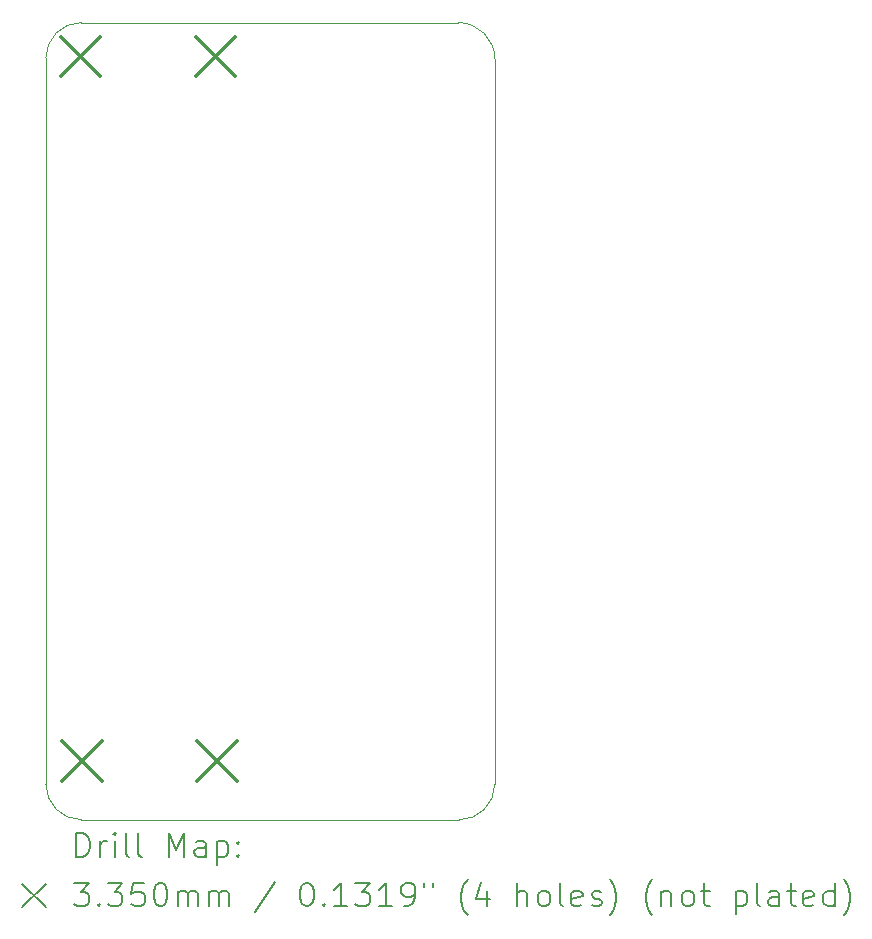
<source format=gbr>
%TF.GenerationSoftware,KiCad,Pcbnew,8.0.1-8.0.1-1~ubuntu22.04.1*%
%TF.CreationDate,2024-04-21T23:11:20-04:00*%
%TF.ProjectId,arm_drive_j2,61726d5f-6472-4697-9665-5f6a322e6b69,rev?*%
%TF.SameCoordinates,Original*%
%TF.FileFunction,Drillmap*%
%TF.FilePolarity,Positive*%
%FSLAX45Y45*%
G04 Gerber Fmt 4.5, Leading zero omitted, Abs format (unit mm)*
G04 Created by KiCad (PCBNEW 8.0.1-8.0.1-1~ubuntu22.04.1) date 2024-04-21 23:11:20*
%MOMM*%
%LPD*%
G01*
G04 APERTURE LIST*
%ADD10C,0.050000*%
%ADD11C,0.200000*%
%ADD12C,0.335000*%
G04 APERTURE END LIST*
D10*
X1500000Y-7950000D02*
X1500000Y-1800000D01*
X4990000Y-1500000D02*
G75*
G02*
X5302130Y-1812132I0J-312130D01*
G01*
X1800000Y-1500000D02*
X4990000Y-1500000D01*
X1500000Y-1800000D02*
G75*
G02*
X1800000Y-1500000I300000J0D01*
G01*
X5302132Y-1812132D02*
X5300000Y-7950000D01*
X5300000Y-7950000D02*
G75*
G02*
X5000000Y-8250000I-300000J0D01*
G01*
X1800000Y-8250000D02*
G75*
G02*
X1500000Y-7950000I0J300000D01*
G01*
X5000000Y-8250000D02*
X1800000Y-8250000D01*
D11*
D12*
X1627150Y-1620500D02*
X1962150Y-1955500D01*
X1962150Y-1620500D02*
X1627150Y-1955500D01*
X1639705Y-7584000D02*
X1974705Y-7919000D01*
X1974705Y-7584000D02*
X1639705Y-7919000D01*
X2770350Y-1620500D02*
X3105350Y-1955500D01*
X3105350Y-1620500D02*
X2770350Y-1955500D01*
X2782906Y-7584000D02*
X3117905Y-7919000D01*
X3117905Y-7584000D02*
X2782906Y-7919000D01*
D11*
X1758277Y-8563984D02*
X1758277Y-8363984D01*
X1758277Y-8363984D02*
X1805896Y-8363984D01*
X1805896Y-8363984D02*
X1834467Y-8373508D01*
X1834467Y-8373508D02*
X1853515Y-8392555D01*
X1853515Y-8392555D02*
X1863039Y-8411603D01*
X1863039Y-8411603D02*
X1872562Y-8449698D01*
X1872562Y-8449698D02*
X1872562Y-8478270D01*
X1872562Y-8478270D02*
X1863039Y-8516365D01*
X1863039Y-8516365D02*
X1853515Y-8535412D01*
X1853515Y-8535412D02*
X1834467Y-8554460D01*
X1834467Y-8554460D02*
X1805896Y-8563984D01*
X1805896Y-8563984D02*
X1758277Y-8563984D01*
X1958277Y-8563984D02*
X1958277Y-8430650D01*
X1958277Y-8468746D02*
X1967801Y-8449698D01*
X1967801Y-8449698D02*
X1977324Y-8440174D01*
X1977324Y-8440174D02*
X1996372Y-8430650D01*
X1996372Y-8430650D02*
X2015420Y-8430650D01*
X2082086Y-8563984D02*
X2082086Y-8430650D01*
X2082086Y-8363984D02*
X2072562Y-8373508D01*
X2072562Y-8373508D02*
X2082086Y-8383031D01*
X2082086Y-8383031D02*
X2091610Y-8373508D01*
X2091610Y-8373508D02*
X2082086Y-8363984D01*
X2082086Y-8363984D02*
X2082086Y-8383031D01*
X2205896Y-8563984D02*
X2186848Y-8554460D01*
X2186848Y-8554460D02*
X2177324Y-8535412D01*
X2177324Y-8535412D02*
X2177324Y-8363984D01*
X2310658Y-8563984D02*
X2291610Y-8554460D01*
X2291610Y-8554460D02*
X2282086Y-8535412D01*
X2282086Y-8535412D02*
X2282086Y-8363984D01*
X2539229Y-8563984D02*
X2539229Y-8363984D01*
X2539229Y-8363984D02*
X2605896Y-8506841D01*
X2605896Y-8506841D02*
X2672563Y-8363984D01*
X2672563Y-8363984D02*
X2672563Y-8563984D01*
X2853515Y-8563984D02*
X2853515Y-8459222D01*
X2853515Y-8459222D02*
X2843991Y-8440174D01*
X2843991Y-8440174D02*
X2824943Y-8430650D01*
X2824943Y-8430650D02*
X2786848Y-8430650D01*
X2786848Y-8430650D02*
X2767801Y-8440174D01*
X2853515Y-8554460D02*
X2834467Y-8563984D01*
X2834467Y-8563984D02*
X2786848Y-8563984D01*
X2786848Y-8563984D02*
X2767801Y-8554460D01*
X2767801Y-8554460D02*
X2758277Y-8535412D01*
X2758277Y-8535412D02*
X2758277Y-8516365D01*
X2758277Y-8516365D02*
X2767801Y-8497317D01*
X2767801Y-8497317D02*
X2786848Y-8487793D01*
X2786848Y-8487793D02*
X2834467Y-8487793D01*
X2834467Y-8487793D02*
X2853515Y-8478270D01*
X2948753Y-8430650D02*
X2948753Y-8630650D01*
X2948753Y-8440174D02*
X2967801Y-8430650D01*
X2967801Y-8430650D02*
X3005896Y-8430650D01*
X3005896Y-8430650D02*
X3024943Y-8440174D01*
X3024943Y-8440174D02*
X3034467Y-8449698D01*
X3034467Y-8449698D02*
X3043991Y-8468746D01*
X3043991Y-8468746D02*
X3043991Y-8525889D01*
X3043991Y-8525889D02*
X3034467Y-8544936D01*
X3034467Y-8544936D02*
X3024943Y-8554460D01*
X3024943Y-8554460D02*
X3005896Y-8563984D01*
X3005896Y-8563984D02*
X2967801Y-8563984D01*
X2967801Y-8563984D02*
X2948753Y-8554460D01*
X3129705Y-8544936D02*
X3139229Y-8554460D01*
X3139229Y-8554460D02*
X3129705Y-8563984D01*
X3129705Y-8563984D02*
X3120182Y-8554460D01*
X3120182Y-8554460D02*
X3129705Y-8544936D01*
X3129705Y-8544936D02*
X3129705Y-8563984D01*
X3129705Y-8440174D02*
X3139229Y-8449698D01*
X3139229Y-8449698D02*
X3129705Y-8459222D01*
X3129705Y-8459222D02*
X3120182Y-8449698D01*
X3120182Y-8449698D02*
X3129705Y-8440174D01*
X3129705Y-8440174D02*
X3129705Y-8459222D01*
X1297500Y-8792500D02*
X1497500Y-8992500D01*
X1497500Y-8792500D02*
X1297500Y-8992500D01*
X1739229Y-8783984D02*
X1863039Y-8783984D01*
X1863039Y-8783984D02*
X1796372Y-8860174D01*
X1796372Y-8860174D02*
X1824943Y-8860174D01*
X1824943Y-8860174D02*
X1843991Y-8869698D01*
X1843991Y-8869698D02*
X1853515Y-8879222D01*
X1853515Y-8879222D02*
X1863039Y-8898270D01*
X1863039Y-8898270D02*
X1863039Y-8945889D01*
X1863039Y-8945889D02*
X1853515Y-8964936D01*
X1853515Y-8964936D02*
X1843991Y-8974460D01*
X1843991Y-8974460D02*
X1824943Y-8983984D01*
X1824943Y-8983984D02*
X1767801Y-8983984D01*
X1767801Y-8983984D02*
X1748753Y-8974460D01*
X1748753Y-8974460D02*
X1739229Y-8964936D01*
X1948753Y-8964936D02*
X1958277Y-8974460D01*
X1958277Y-8974460D02*
X1948753Y-8983984D01*
X1948753Y-8983984D02*
X1939229Y-8974460D01*
X1939229Y-8974460D02*
X1948753Y-8964936D01*
X1948753Y-8964936D02*
X1948753Y-8983984D01*
X2024943Y-8783984D02*
X2148753Y-8783984D01*
X2148753Y-8783984D02*
X2082086Y-8860174D01*
X2082086Y-8860174D02*
X2110658Y-8860174D01*
X2110658Y-8860174D02*
X2129705Y-8869698D01*
X2129705Y-8869698D02*
X2139229Y-8879222D01*
X2139229Y-8879222D02*
X2148753Y-8898270D01*
X2148753Y-8898270D02*
X2148753Y-8945889D01*
X2148753Y-8945889D02*
X2139229Y-8964936D01*
X2139229Y-8964936D02*
X2129705Y-8974460D01*
X2129705Y-8974460D02*
X2110658Y-8983984D01*
X2110658Y-8983984D02*
X2053515Y-8983984D01*
X2053515Y-8983984D02*
X2034467Y-8974460D01*
X2034467Y-8974460D02*
X2024943Y-8964936D01*
X2329705Y-8783984D02*
X2234467Y-8783984D01*
X2234467Y-8783984D02*
X2224944Y-8879222D01*
X2224944Y-8879222D02*
X2234467Y-8869698D01*
X2234467Y-8869698D02*
X2253515Y-8860174D01*
X2253515Y-8860174D02*
X2301134Y-8860174D01*
X2301134Y-8860174D02*
X2320182Y-8869698D01*
X2320182Y-8869698D02*
X2329705Y-8879222D01*
X2329705Y-8879222D02*
X2339229Y-8898270D01*
X2339229Y-8898270D02*
X2339229Y-8945889D01*
X2339229Y-8945889D02*
X2329705Y-8964936D01*
X2329705Y-8964936D02*
X2320182Y-8974460D01*
X2320182Y-8974460D02*
X2301134Y-8983984D01*
X2301134Y-8983984D02*
X2253515Y-8983984D01*
X2253515Y-8983984D02*
X2234467Y-8974460D01*
X2234467Y-8974460D02*
X2224944Y-8964936D01*
X2463039Y-8783984D02*
X2482086Y-8783984D01*
X2482086Y-8783984D02*
X2501134Y-8793508D01*
X2501134Y-8793508D02*
X2510658Y-8803031D01*
X2510658Y-8803031D02*
X2520182Y-8822079D01*
X2520182Y-8822079D02*
X2529705Y-8860174D01*
X2529705Y-8860174D02*
X2529705Y-8907793D01*
X2529705Y-8907793D02*
X2520182Y-8945889D01*
X2520182Y-8945889D02*
X2510658Y-8964936D01*
X2510658Y-8964936D02*
X2501134Y-8974460D01*
X2501134Y-8974460D02*
X2482086Y-8983984D01*
X2482086Y-8983984D02*
X2463039Y-8983984D01*
X2463039Y-8983984D02*
X2443991Y-8974460D01*
X2443991Y-8974460D02*
X2434467Y-8964936D01*
X2434467Y-8964936D02*
X2424944Y-8945889D01*
X2424944Y-8945889D02*
X2415420Y-8907793D01*
X2415420Y-8907793D02*
X2415420Y-8860174D01*
X2415420Y-8860174D02*
X2424944Y-8822079D01*
X2424944Y-8822079D02*
X2434467Y-8803031D01*
X2434467Y-8803031D02*
X2443991Y-8793508D01*
X2443991Y-8793508D02*
X2463039Y-8783984D01*
X2615420Y-8983984D02*
X2615420Y-8850650D01*
X2615420Y-8869698D02*
X2624944Y-8860174D01*
X2624944Y-8860174D02*
X2643991Y-8850650D01*
X2643991Y-8850650D02*
X2672563Y-8850650D01*
X2672563Y-8850650D02*
X2691610Y-8860174D01*
X2691610Y-8860174D02*
X2701134Y-8879222D01*
X2701134Y-8879222D02*
X2701134Y-8983984D01*
X2701134Y-8879222D02*
X2710658Y-8860174D01*
X2710658Y-8860174D02*
X2729705Y-8850650D01*
X2729705Y-8850650D02*
X2758277Y-8850650D01*
X2758277Y-8850650D02*
X2777325Y-8860174D01*
X2777325Y-8860174D02*
X2786848Y-8879222D01*
X2786848Y-8879222D02*
X2786848Y-8983984D01*
X2882086Y-8983984D02*
X2882086Y-8850650D01*
X2882086Y-8869698D02*
X2891610Y-8860174D01*
X2891610Y-8860174D02*
X2910658Y-8850650D01*
X2910658Y-8850650D02*
X2939229Y-8850650D01*
X2939229Y-8850650D02*
X2958277Y-8860174D01*
X2958277Y-8860174D02*
X2967801Y-8879222D01*
X2967801Y-8879222D02*
X2967801Y-8983984D01*
X2967801Y-8879222D02*
X2977324Y-8860174D01*
X2977324Y-8860174D02*
X2996372Y-8850650D01*
X2996372Y-8850650D02*
X3024943Y-8850650D01*
X3024943Y-8850650D02*
X3043991Y-8860174D01*
X3043991Y-8860174D02*
X3053515Y-8879222D01*
X3053515Y-8879222D02*
X3053515Y-8983984D01*
X3443991Y-8774460D02*
X3272563Y-9031603D01*
X3701134Y-8783984D02*
X3720182Y-8783984D01*
X3720182Y-8783984D02*
X3739229Y-8793508D01*
X3739229Y-8793508D02*
X3748753Y-8803031D01*
X3748753Y-8803031D02*
X3758277Y-8822079D01*
X3758277Y-8822079D02*
X3767801Y-8860174D01*
X3767801Y-8860174D02*
X3767801Y-8907793D01*
X3767801Y-8907793D02*
X3758277Y-8945889D01*
X3758277Y-8945889D02*
X3748753Y-8964936D01*
X3748753Y-8964936D02*
X3739229Y-8974460D01*
X3739229Y-8974460D02*
X3720182Y-8983984D01*
X3720182Y-8983984D02*
X3701134Y-8983984D01*
X3701134Y-8983984D02*
X3682086Y-8974460D01*
X3682086Y-8974460D02*
X3672563Y-8964936D01*
X3672563Y-8964936D02*
X3663039Y-8945889D01*
X3663039Y-8945889D02*
X3653515Y-8907793D01*
X3653515Y-8907793D02*
X3653515Y-8860174D01*
X3653515Y-8860174D02*
X3663039Y-8822079D01*
X3663039Y-8822079D02*
X3672563Y-8803031D01*
X3672563Y-8803031D02*
X3682086Y-8793508D01*
X3682086Y-8793508D02*
X3701134Y-8783984D01*
X3853515Y-8964936D02*
X3863039Y-8974460D01*
X3863039Y-8974460D02*
X3853515Y-8983984D01*
X3853515Y-8983984D02*
X3843991Y-8974460D01*
X3843991Y-8974460D02*
X3853515Y-8964936D01*
X3853515Y-8964936D02*
X3853515Y-8983984D01*
X4053515Y-8983984D02*
X3939229Y-8983984D01*
X3996372Y-8983984D02*
X3996372Y-8783984D01*
X3996372Y-8783984D02*
X3977325Y-8812555D01*
X3977325Y-8812555D02*
X3958277Y-8831603D01*
X3958277Y-8831603D02*
X3939229Y-8841127D01*
X4120182Y-8783984D02*
X4243991Y-8783984D01*
X4243991Y-8783984D02*
X4177325Y-8860174D01*
X4177325Y-8860174D02*
X4205896Y-8860174D01*
X4205896Y-8860174D02*
X4224944Y-8869698D01*
X4224944Y-8869698D02*
X4234468Y-8879222D01*
X4234468Y-8879222D02*
X4243991Y-8898270D01*
X4243991Y-8898270D02*
X4243991Y-8945889D01*
X4243991Y-8945889D02*
X4234468Y-8964936D01*
X4234468Y-8964936D02*
X4224944Y-8974460D01*
X4224944Y-8974460D02*
X4205896Y-8983984D01*
X4205896Y-8983984D02*
X4148753Y-8983984D01*
X4148753Y-8983984D02*
X4129706Y-8974460D01*
X4129706Y-8974460D02*
X4120182Y-8964936D01*
X4434468Y-8983984D02*
X4320182Y-8983984D01*
X4377325Y-8983984D02*
X4377325Y-8783984D01*
X4377325Y-8783984D02*
X4358277Y-8812555D01*
X4358277Y-8812555D02*
X4339229Y-8831603D01*
X4339229Y-8831603D02*
X4320182Y-8841127D01*
X4529706Y-8983984D02*
X4567801Y-8983984D01*
X4567801Y-8983984D02*
X4586849Y-8974460D01*
X4586849Y-8974460D02*
X4596372Y-8964936D01*
X4596372Y-8964936D02*
X4615420Y-8936365D01*
X4615420Y-8936365D02*
X4624944Y-8898270D01*
X4624944Y-8898270D02*
X4624944Y-8822079D01*
X4624944Y-8822079D02*
X4615420Y-8803031D01*
X4615420Y-8803031D02*
X4605896Y-8793508D01*
X4605896Y-8793508D02*
X4586849Y-8783984D01*
X4586849Y-8783984D02*
X4548753Y-8783984D01*
X4548753Y-8783984D02*
X4529706Y-8793508D01*
X4529706Y-8793508D02*
X4520182Y-8803031D01*
X4520182Y-8803031D02*
X4510658Y-8822079D01*
X4510658Y-8822079D02*
X4510658Y-8869698D01*
X4510658Y-8869698D02*
X4520182Y-8888746D01*
X4520182Y-8888746D02*
X4529706Y-8898270D01*
X4529706Y-8898270D02*
X4548753Y-8907793D01*
X4548753Y-8907793D02*
X4586849Y-8907793D01*
X4586849Y-8907793D02*
X4605896Y-8898270D01*
X4605896Y-8898270D02*
X4615420Y-8888746D01*
X4615420Y-8888746D02*
X4624944Y-8869698D01*
X4701134Y-8783984D02*
X4701134Y-8822079D01*
X4777325Y-8783984D02*
X4777325Y-8822079D01*
X5072563Y-9060174D02*
X5063039Y-9050650D01*
X5063039Y-9050650D02*
X5043991Y-9022079D01*
X5043991Y-9022079D02*
X5034468Y-9003031D01*
X5034468Y-9003031D02*
X5024944Y-8974460D01*
X5024944Y-8974460D02*
X5015420Y-8926841D01*
X5015420Y-8926841D02*
X5015420Y-8888746D01*
X5015420Y-8888746D02*
X5024944Y-8841127D01*
X5024944Y-8841127D02*
X5034468Y-8812555D01*
X5034468Y-8812555D02*
X5043991Y-8793508D01*
X5043991Y-8793508D02*
X5063039Y-8764936D01*
X5063039Y-8764936D02*
X5072563Y-8755412D01*
X5234468Y-8850650D02*
X5234468Y-8983984D01*
X5186849Y-8774460D02*
X5139230Y-8917317D01*
X5139230Y-8917317D02*
X5263039Y-8917317D01*
X5491611Y-8983984D02*
X5491611Y-8783984D01*
X5577325Y-8983984D02*
X5577325Y-8879222D01*
X5577325Y-8879222D02*
X5567801Y-8860174D01*
X5567801Y-8860174D02*
X5548753Y-8850650D01*
X5548753Y-8850650D02*
X5520182Y-8850650D01*
X5520182Y-8850650D02*
X5501134Y-8860174D01*
X5501134Y-8860174D02*
X5491611Y-8869698D01*
X5701134Y-8983984D02*
X5682087Y-8974460D01*
X5682087Y-8974460D02*
X5672563Y-8964936D01*
X5672563Y-8964936D02*
X5663039Y-8945889D01*
X5663039Y-8945889D02*
X5663039Y-8888746D01*
X5663039Y-8888746D02*
X5672563Y-8869698D01*
X5672563Y-8869698D02*
X5682087Y-8860174D01*
X5682087Y-8860174D02*
X5701134Y-8850650D01*
X5701134Y-8850650D02*
X5729706Y-8850650D01*
X5729706Y-8850650D02*
X5748753Y-8860174D01*
X5748753Y-8860174D02*
X5758277Y-8869698D01*
X5758277Y-8869698D02*
X5767801Y-8888746D01*
X5767801Y-8888746D02*
X5767801Y-8945889D01*
X5767801Y-8945889D02*
X5758277Y-8964936D01*
X5758277Y-8964936D02*
X5748753Y-8974460D01*
X5748753Y-8974460D02*
X5729706Y-8983984D01*
X5729706Y-8983984D02*
X5701134Y-8983984D01*
X5882087Y-8983984D02*
X5863039Y-8974460D01*
X5863039Y-8974460D02*
X5853515Y-8955412D01*
X5853515Y-8955412D02*
X5853515Y-8783984D01*
X6034468Y-8974460D02*
X6015420Y-8983984D01*
X6015420Y-8983984D02*
X5977325Y-8983984D01*
X5977325Y-8983984D02*
X5958277Y-8974460D01*
X5958277Y-8974460D02*
X5948753Y-8955412D01*
X5948753Y-8955412D02*
X5948753Y-8879222D01*
X5948753Y-8879222D02*
X5958277Y-8860174D01*
X5958277Y-8860174D02*
X5977325Y-8850650D01*
X5977325Y-8850650D02*
X6015420Y-8850650D01*
X6015420Y-8850650D02*
X6034468Y-8860174D01*
X6034468Y-8860174D02*
X6043991Y-8879222D01*
X6043991Y-8879222D02*
X6043991Y-8898270D01*
X6043991Y-8898270D02*
X5948753Y-8917317D01*
X6120182Y-8974460D02*
X6139230Y-8983984D01*
X6139230Y-8983984D02*
X6177325Y-8983984D01*
X6177325Y-8983984D02*
X6196372Y-8974460D01*
X6196372Y-8974460D02*
X6205896Y-8955412D01*
X6205896Y-8955412D02*
X6205896Y-8945889D01*
X6205896Y-8945889D02*
X6196372Y-8926841D01*
X6196372Y-8926841D02*
X6177325Y-8917317D01*
X6177325Y-8917317D02*
X6148753Y-8917317D01*
X6148753Y-8917317D02*
X6129706Y-8907793D01*
X6129706Y-8907793D02*
X6120182Y-8888746D01*
X6120182Y-8888746D02*
X6120182Y-8879222D01*
X6120182Y-8879222D02*
X6129706Y-8860174D01*
X6129706Y-8860174D02*
X6148753Y-8850650D01*
X6148753Y-8850650D02*
X6177325Y-8850650D01*
X6177325Y-8850650D02*
X6196372Y-8860174D01*
X6272563Y-9060174D02*
X6282087Y-9050650D01*
X6282087Y-9050650D02*
X6301134Y-9022079D01*
X6301134Y-9022079D02*
X6310658Y-9003031D01*
X6310658Y-9003031D02*
X6320182Y-8974460D01*
X6320182Y-8974460D02*
X6329706Y-8926841D01*
X6329706Y-8926841D02*
X6329706Y-8888746D01*
X6329706Y-8888746D02*
X6320182Y-8841127D01*
X6320182Y-8841127D02*
X6310658Y-8812555D01*
X6310658Y-8812555D02*
X6301134Y-8793508D01*
X6301134Y-8793508D02*
X6282087Y-8764936D01*
X6282087Y-8764936D02*
X6272563Y-8755412D01*
X6634468Y-9060174D02*
X6624944Y-9050650D01*
X6624944Y-9050650D02*
X6605896Y-9022079D01*
X6605896Y-9022079D02*
X6596372Y-9003031D01*
X6596372Y-9003031D02*
X6586849Y-8974460D01*
X6586849Y-8974460D02*
X6577325Y-8926841D01*
X6577325Y-8926841D02*
X6577325Y-8888746D01*
X6577325Y-8888746D02*
X6586849Y-8841127D01*
X6586849Y-8841127D02*
X6596372Y-8812555D01*
X6596372Y-8812555D02*
X6605896Y-8793508D01*
X6605896Y-8793508D02*
X6624944Y-8764936D01*
X6624944Y-8764936D02*
X6634468Y-8755412D01*
X6710658Y-8850650D02*
X6710658Y-8983984D01*
X6710658Y-8869698D02*
X6720182Y-8860174D01*
X6720182Y-8860174D02*
X6739230Y-8850650D01*
X6739230Y-8850650D02*
X6767801Y-8850650D01*
X6767801Y-8850650D02*
X6786849Y-8860174D01*
X6786849Y-8860174D02*
X6796372Y-8879222D01*
X6796372Y-8879222D02*
X6796372Y-8983984D01*
X6920182Y-8983984D02*
X6901134Y-8974460D01*
X6901134Y-8974460D02*
X6891611Y-8964936D01*
X6891611Y-8964936D02*
X6882087Y-8945889D01*
X6882087Y-8945889D02*
X6882087Y-8888746D01*
X6882087Y-8888746D02*
X6891611Y-8869698D01*
X6891611Y-8869698D02*
X6901134Y-8860174D01*
X6901134Y-8860174D02*
X6920182Y-8850650D01*
X6920182Y-8850650D02*
X6948753Y-8850650D01*
X6948753Y-8850650D02*
X6967801Y-8860174D01*
X6967801Y-8860174D02*
X6977325Y-8869698D01*
X6977325Y-8869698D02*
X6986849Y-8888746D01*
X6986849Y-8888746D02*
X6986849Y-8945889D01*
X6986849Y-8945889D02*
X6977325Y-8964936D01*
X6977325Y-8964936D02*
X6967801Y-8974460D01*
X6967801Y-8974460D02*
X6948753Y-8983984D01*
X6948753Y-8983984D02*
X6920182Y-8983984D01*
X7043992Y-8850650D02*
X7120182Y-8850650D01*
X7072563Y-8783984D02*
X7072563Y-8955412D01*
X7072563Y-8955412D02*
X7082087Y-8974460D01*
X7082087Y-8974460D02*
X7101134Y-8983984D01*
X7101134Y-8983984D02*
X7120182Y-8983984D01*
X7339230Y-8850650D02*
X7339230Y-9050650D01*
X7339230Y-8860174D02*
X7358277Y-8850650D01*
X7358277Y-8850650D02*
X7396373Y-8850650D01*
X7396373Y-8850650D02*
X7415420Y-8860174D01*
X7415420Y-8860174D02*
X7424944Y-8869698D01*
X7424944Y-8869698D02*
X7434468Y-8888746D01*
X7434468Y-8888746D02*
X7434468Y-8945889D01*
X7434468Y-8945889D02*
X7424944Y-8964936D01*
X7424944Y-8964936D02*
X7415420Y-8974460D01*
X7415420Y-8974460D02*
X7396373Y-8983984D01*
X7396373Y-8983984D02*
X7358277Y-8983984D01*
X7358277Y-8983984D02*
X7339230Y-8974460D01*
X7548753Y-8983984D02*
X7529706Y-8974460D01*
X7529706Y-8974460D02*
X7520182Y-8955412D01*
X7520182Y-8955412D02*
X7520182Y-8783984D01*
X7710658Y-8983984D02*
X7710658Y-8879222D01*
X7710658Y-8879222D02*
X7701134Y-8860174D01*
X7701134Y-8860174D02*
X7682087Y-8850650D01*
X7682087Y-8850650D02*
X7643992Y-8850650D01*
X7643992Y-8850650D02*
X7624944Y-8860174D01*
X7710658Y-8974460D02*
X7691611Y-8983984D01*
X7691611Y-8983984D02*
X7643992Y-8983984D01*
X7643992Y-8983984D02*
X7624944Y-8974460D01*
X7624944Y-8974460D02*
X7615420Y-8955412D01*
X7615420Y-8955412D02*
X7615420Y-8936365D01*
X7615420Y-8936365D02*
X7624944Y-8917317D01*
X7624944Y-8917317D02*
X7643992Y-8907793D01*
X7643992Y-8907793D02*
X7691611Y-8907793D01*
X7691611Y-8907793D02*
X7710658Y-8898270D01*
X7777325Y-8850650D02*
X7853515Y-8850650D01*
X7805896Y-8783984D02*
X7805896Y-8955412D01*
X7805896Y-8955412D02*
X7815420Y-8974460D01*
X7815420Y-8974460D02*
X7834468Y-8983984D01*
X7834468Y-8983984D02*
X7853515Y-8983984D01*
X7996373Y-8974460D02*
X7977325Y-8983984D01*
X7977325Y-8983984D02*
X7939230Y-8983984D01*
X7939230Y-8983984D02*
X7920182Y-8974460D01*
X7920182Y-8974460D02*
X7910658Y-8955412D01*
X7910658Y-8955412D02*
X7910658Y-8879222D01*
X7910658Y-8879222D02*
X7920182Y-8860174D01*
X7920182Y-8860174D02*
X7939230Y-8850650D01*
X7939230Y-8850650D02*
X7977325Y-8850650D01*
X7977325Y-8850650D02*
X7996373Y-8860174D01*
X7996373Y-8860174D02*
X8005896Y-8879222D01*
X8005896Y-8879222D02*
X8005896Y-8898270D01*
X8005896Y-8898270D02*
X7910658Y-8917317D01*
X8177325Y-8983984D02*
X8177325Y-8783984D01*
X8177325Y-8974460D02*
X8158277Y-8983984D01*
X8158277Y-8983984D02*
X8120182Y-8983984D01*
X8120182Y-8983984D02*
X8101134Y-8974460D01*
X8101134Y-8974460D02*
X8091611Y-8964936D01*
X8091611Y-8964936D02*
X8082087Y-8945889D01*
X8082087Y-8945889D02*
X8082087Y-8888746D01*
X8082087Y-8888746D02*
X8091611Y-8869698D01*
X8091611Y-8869698D02*
X8101134Y-8860174D01*
X8101134Y-8860174D02*
X8120182Y-8850650D01*
X8120182Y-8850650D02*
X8158277Y-8850650D01*
X8158277Y-8850650D02*
X8177325Y-8860174D01*
X8253515Y-9060174D02*
X8263039Y-9050650D01*
X8263039Y-9050650D02*
X8282087Y-9022079D01*
X8282087Y-9022079D02*
X8291611Y-9003031D01*
X8291611Y-9003031D02*
X8301134Y-8974460D01*
X8301134Y-8974460D02*
X8310658Y-8926841D01*
X8310658Y-8926841D02*
X8310658Y-8888746D01*
X8310658Y-8888746D02*
X8301134Y-8841127D01*
X8301134Y-8841127D02*
X8291611Y-8812555D01*
X8291611Y-8812555D02*
X8282087Y-8793508D01*
X8282087Y-8793508D02*
X8263039Y-8764936D01*
X8263039Y-8764936D02*
X8253515Y-8755412D01*
M02*

</source>
